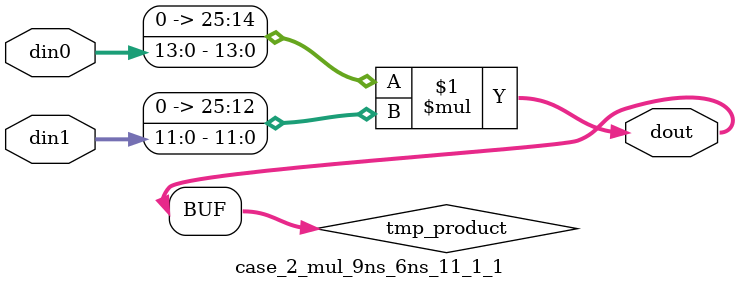
<source format=v>

`timescale 1 ns / 1 ps

 (* use_dsp = "no" *)  module case_2_mul_9ns_6ns_11_1_1(din0, din1, dout);
parameter ID = 1;
parameter NUM_STAGE = 0;
parameter din0_WIDTH = 14;
parameter din1_WIDTH = 12;
parameter dout_WIDTH = 26;

input [din0_WIDTH - 1 : 0] din0; 
input [din1_WIDTH - 1 : 0] din1; 
output [dout_WIDTH - 1 : 0] dout;

wire signed [dout_WIDTH - 1 : 0] tmp_product;
























assign tmp_product = $signed({1'b0, din0}) * $signed({1'b0, din1});











assign dout = tmp_product;





















endmodule

</source>
